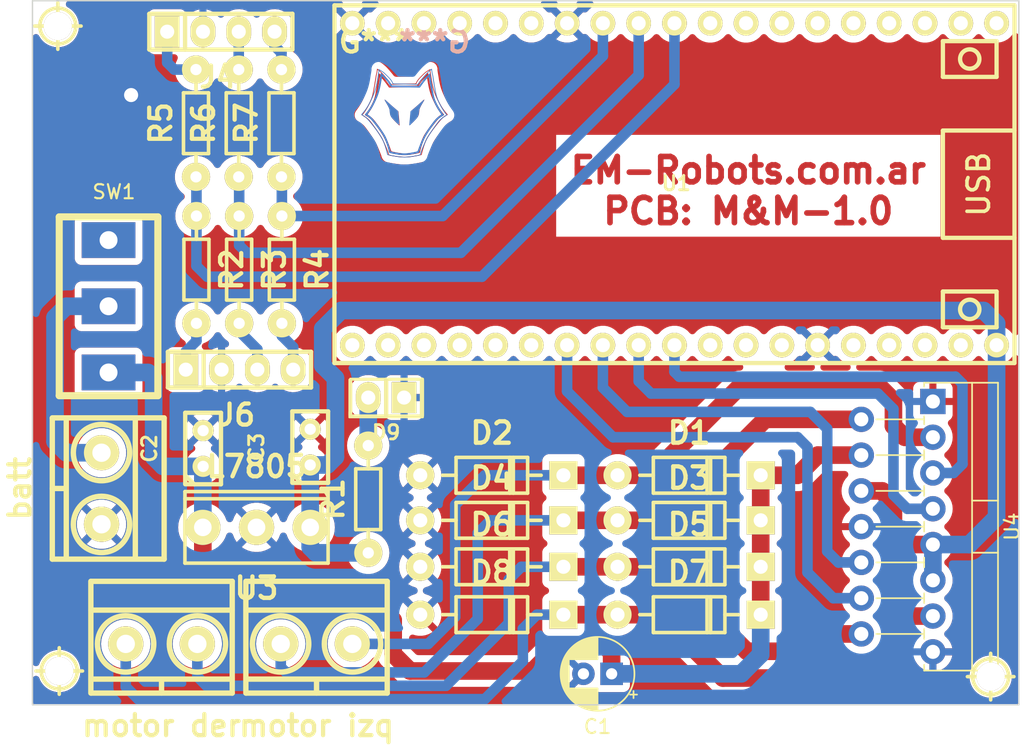
<source format=kicad_pcb>
(kicad_pcb (version 20221018) (generator pcbnew)
  (layers (0 "F.Cu" signal) (31 "B.Cu" signal) (34 "B.Paste" user) (35 "F.Paste" user) (36 "B.SilkS" user "B.Silkscreen") (37 "F.SilkS" user "F.Silkscreen") (38 "B.Mask" user) (39 "F.Mask" user) (44 "Edge.Cuts" user))
  (net 0 "")
  (net 1 "VCC")
  (net 2 "Net-(D1-A)")
  (net 3 "GND")
  (net 4 "+5V")
  (net 5 "Net-(D3-A)")
  (net 6 "Net-(D5-A)")
  (net 7 "Net-(D7-A)")
  (net 9 "Net-(D9-A)")
  (net 10 "Net-(SW1-B)")
  (net 11 "/Red_1")
  (net 12 "/Green_1")
  (net 13 "/Blue_1")
  (net 14 "/pin_Red")
  (net 15 "/pin_Green")
  (net 16 "/pin_Blue")
  (net 39 "/IN4")
  (net 40 "/IN3")
  (net 41 "/IN2")
  (net 42 "/IN1")
  (net 48 "/Red_2")
  (net 49 "/Green_2")
  (net 50 "/Blue_2")
  (footprint "EESTN5:RES0.3" (layer "F.Cu") (at 57.7 49.1 -90)
    (fp_text reference "R4")
    (fp_text value "100" hide)
  )
  (footprint "EESTN5:ESP32S" (layer "F.Cu") (at 85.56 43.03)
    (fp_text reference "U1")
    (fp_text value "ESP32s" hide)
  )
  (footprint "kicadMod:LOGO_WHITE_FANG" (layer "F.Cu") (at 66.4 38)
    (fp_text reference "G***")
    (fp_text value "LOGO" hide)
  )
  (footprint "EESTN5:DO-41" (layer "F.Cu") (at 72.6 63.7)
    (fp_text reference "D2")
    (fp_text value "1n4001" hide)
  )
  (footprint "EESTN5:hole_2mm" (layer "F.Cu") (at 41.8 31.8)
    (fp_text reference "hole_2mm" hide)
    (fp_text value "VAL**" hide)
  )
  (footprint "EESTN5:RES0.3" (layer "F.Cu") (at 57.67 38.7 90)
    (fp_text reference "R7")
    (fp_text value "100" hide)
  )
  (footprint "EESTN5:hole_2mm" (layer "F.Cu") (at 41.9 77.6)
    (fp_text reference "hole_2mm" hide)
    (fp_text value "VAL**" hide)
  )
  (footprint "EESTN5:pin_strip_4" (layer "F.Cu") (at 54.69 56.2)
    (fp_text reference "J6")
    (fp_text value "led rgb" hide)
  )
  (footprint "EESTN5:to220" (layer "F.Cu") (at 55.9 67.4)
    (fp_text reference "U3")
    (fp_text value "L7805")
  )
  (footprint "EESTN5:SW_SPDT_TH_Vertical" (layer "F.Cu") (at 45.4 51.7)
    (fp_text reference "SW1")
    (fp_text value "SW_SPDT" hide)
  )
  (footprint "EESTN5:pin_strip_4" (layer "F.Cu") (at 53.37 32.2)
    (fp_text reference "J4")
    (fp_text value "led rgb" hide)
  )
  (footprint "EESTN5:RES0.3" (layer "F.Cu") (at 63.83 65.4 90)
    (fp_text reference "R1")
    (fp_text value "1kohm" hide)
  )
  (footprint "EESTN5:RES0.3" (layer "F.Cu") (at 54.668 49.1 -90)
    (fp_text reference "R3")
    (fp_text value "100" hide)
  )
  (footprint "EESTN5:BORNERA2_AZUL" (layer "F.Cu") (at 44.9 64.64 -90)
    (fp_text reference "J3" hide)
    (fp_text value "batt")
  )
  (footprint "EESTN5:hole_2mm" (layer "F.Cu") (at 108 78)
    (fp_text reference "hole_2mm" hide)
    (fp_text value "VAL**" hide)
  )
  (footprint "EESTN5:CAP_0.1" (layer "F.Cu") (at 59.71 61.7 90)
    (fp_text reference "C3")
    (fp_text value "200uF" hide)
  )
  (footprint "EESTN5:DO-41" (layer "F.Cu") (at 72.6 70.2)
    (fp_text reference "D6")
    (fp_text value "1n4001" hide)
  )
  (footprint "Capacitor_THT:CP_Radial_D5.0mm_P2.00mm" (layer "F.Cu") (at 81.1 77.8 180)
    (fp_text reference "C1")
    (fp_text value "220uf")
  )
  (footprint "Package_TO_SOT_THT:TO-220-15_P2.54x2.54mm_StaggerEven_Lead4.58mm_Vertical" (layer "F.Cu") (at 103.9 58.46 -90)
    (fp_text reference "U4")
    (fp_text value "L298(H)N")
  )
  (footprint "EESTN5:DO-41" (layer "F.Cu") (at 86.6 66.9)
    (fp_text reference "D3")
    (fp_text value "1n4001" hide)
  )
  (footprint "EESTN5:DO-41" (layer "F.Cu") (at 86.6 63.7)
    (fp_text reference "D1")
    (fp_text value "1n4001" hide)
  )
  (footprint "EESTN5:DO-41" (layer "F.Cu") (at 72.6 66.9)
    (fp_text reference "D4")
    (fp_text value "1n4001" hide)
  )
  (footprint "EESTN5:BORNERA2_AZUL" (layer "F.Cu") (at 49.16 75.67625)
    (fp_text reference "J7" hide)
    (fp_text value "motor der")
  )
  (footprint "EESTN5:RES0.3" (layer "F.Cu") (at 51.606 38.7 90)
    (fp_text reference "R5")
    (fp_text value "100" hide)
  )
  (footprint "EESTN5:RES0.3" (layer "F.Cu") (at 51.636 49.1 -90)
    (fp_text reference "R2")
    (fp_text value "100" hide)
  )
  (footprint "EESTN5:DO-41" (layer "F.Cu") (at 72.6 73.6)
    (fp_text reference "D8")
    (fp_text value "1n4001" hide)
  )
  (footprint "EESTN5:CAP_0.1" (layer "F.Cu") (at 52.11 61.8 90)
    (fp_text reference "C2")
    (fp_text value "10uF" hide)
  )
  (footprint "EESTN5:RES0.3" (layer "F.Cu") (at 54.638 38.7 90)
    (fp_text reference "R6")
    (fp_text value "100" hide)
  )
  (footprint "EESTN5:Pin_Header_2" (layer "F.Cu") (at 65.1 58.5 180)
    (fp_text reference "D9")
    (fp_text value "LED" hide)
  )
  (footprint "EESTN5:DO-41" (layer "F.Cu") (at 86.6 73.6)
    (fp_text reference "D7")
    (fp_text value "1n4001" hide)
  )
  (footprint "EESTN5:BORNERA2_AZUL" (layer "F.Cu") (at 60.16 75.67625)
    (fp_text reference "J5" hide)
    (fp_text value "motor izq")
  )
  (footprint "EESTN5:DO-41" (layer "F.Cu") (at 86.6 70.2)
    (fp_text reference "D5")
    (fp_text value "1n4001" hide)
  )
  (footprint "kicadMod:LOGO_WHITE_FANG" (layer "B.Cu") (at 66.4 38 180)
    (fp_text reference "G***")
    (fp_text value "LOGO" hide)
  )
  (gr_rect (start 40 30) (end 110 80) (stroke (width 0.1)) (fill none) (layer "Edge.Cuts"))
  (gr_text "EM-Robots.com.ar\nPCB: M&M-1.0\n" (at 90.8 46) (layer "F.Cu") (effects (font (size 1.8 1.8) (thickness 0.4) bold) (justify bottom)))
  (segment (start 81.1 76.3) (end 81.1 77.8) (width 1.25) (layer "F.Cu") (net 1))
  (segment (start 52.09 70.99) (end 53.1 72) (width 1.25) (layer "F.Cu") (net 1))
  (segment (start 91.68 73.6) (end 91.68 63.7) (width 1.25) (layer "F.Cu") (net 1))
  (segment (start 65.6 76.4) (end 66.8 77.6) (width 1.25) (layer "F.Cu") (net 1))
  (segment (start 63.6 72) (end 65.6 74) (width 1.25) (layer "F.Cu") (net 1))
  (segment (start 91.68 63.7) (end 94.3 63.7) (width 1.25) (layer "F.Cu") (net 1))
  (segment (start 75.5 77.6) (end 77.3 75.8) (width 1.25) (layer "F.Cu") (net 1))
  (segment (start 95.73 62.27) (end 98.82 62.27) (width 1.25) (layer "F.Cu") (net 1))
  (segment (start 52.09 67.4) (end 52.09 70.99) (width 1.25) (layer "F.Cu") (net 1))
  (segment (start 80.6 75.8) (end 81.1 76.3) (width 1.25) (layer "F.Cu") (net 1))
  (segment (start 94.3 63.7) (end 95.73 62.27) (width 1.25) (layer "F.Cu") (net 1))
  (segment (start 53.1 72) (end 63.6 72) (width 1.25) (layer "F.Cu") (net 1))
  (segment (start 65.6 74) (end 65.6 76.4) (width 1.25) (layer "F.Cu") (net 1))
  (segment (start 66.8 77.6) (end 75.5 77.6) (width 1.25) (layer "F.Cu") (net 1))
  (segment (start 77.3 75.8) (end 80.6 75.8) (width 1.25) (layer "F.Cu") (net 1))
  (segment (start 81.1 77.8) (end 90.3 77.8) (width 1.25) (layer "B.Cu") (net 1))
  (segment (start 52.09 63.09) (end 52.11 63.07) (width 1.25) (layer "B.Cu") (net 1))
  (segment (start 90.3 77.8) (end 91.68 76.42) (width 1.25) (layer "B.Cu") (net 1))
  (segment (start 48.6 62.4) (end 49.27 63.07) (width 1.25) (layer "B.Cu") (net 1))
  (segment (start 52.09 67.4) (end 52.09 63.09) (width 1.25) (layer "B.Cu") (net 1))
  (segment (start 91.68 76.42) (end 91.68 73.6) (width 1.25) (layer "B.Cu") (net 1))
  (segment (start 48.6 56.8) (end 48.6 62.4) (width 1.25) (layer "B.Cu") (net 1))
  (segment (start 48.2 56.4) (end 48.6 56.8) (width 1.25) (layer "B.Cu") (net 1))
  (segment (start 49.27 63.07) (end 52.11 63.07) (width 1.25) (layer "B.Cu") (net 1))
  (segment (start 45.4 56.4) (end 48.2 56.4) (width 1.25) (layer "B.Cu") (net 1))
  (segment (start 90.2 57.4) (end 100.1 57.4) (width 1.25) (layer "F.Cu") (net 2))
  (segment (start 81.52 63.7) (end 83.9 63.7) (width 1.25) (layer "F.Cu") (net 2))
  (segment (start 83.9 63.7) (end 90.2 57.4) (width 1.25) (layer "F.Cu") (net 2))
  (segment (start 101.1 60.2) (end 101.9 61) (width 1.25) (layer "F.Cu") (net 2))
  (segment (start 101.9 61) (end 103.9 61) (width 1.25) (layer "F.Cu") (net 2))
  (segment (start 100.1 57.4) (end 101.1 58.4) (width 1.25) (layer "F.Cu") (net 2))
  (segment (start 101.1 58.4) (end 101.1 60.2) (width 1.25) (layer "F.Cu") (net 2))
  (segment (start 77.68 63.7) (end 81.52 63.7) (width 1.25) (layer "F.Cu") (net 2))
  (segment (start 70 65.8) (end 72.1 63.7) (width 0.75) (layer "B.Cu") (net 2))
  (segment (start 72.1 63.7) (end 77.68 63.7) (width 0.75) (layer "B.Cu") (net 2))
  (segment (start 68.080248 75.67625) (end 70 73.756498) (width 0.75) (layer "B.Cu") (net 2))
  (segment (start 62.7 75.67625) (end 68.080248 75.67625) (width 0.75) (layer "B.Cu") (net 2))
  (segment (start 70 73.756498) (end 70 65.8) (width 0.75) (layer "B.Cu") (net 2))
  (via (at 47 36.7) (size 2) (drill 1) (layers "F.Cu" "B.Cu") (net 3))
  (segment (start 100.6 65.1) (end 100.31 64.81) (width 1.25) (layer "F.Cu") (net 4))
  (segment (start 100.31 64.81) (end 98.82 64.81) (width 1.25) (layer "F.Cu") (net 4))
  (segment (start 101.1 67.5) (end 101.1 65.7) (width 1.25) (layer "F.Cu") (net 4))
  (segment (start 103.9 68.62) (end 102.22 68.62) (width 1.25) (layer "F.Cu") (net 4))
  (segment (start 102.22 68.62) (end 101.1 67.5) (width 1.25) (layer "F.Cu") (net 4))
  (segment (start 101.1 65.7) (end 100.6 65.2) (width 1.25) (layer "F.Cu") (net 4))
  (segment (start 100.6 65.2) (end 100.6 65.1) (width 1.25) (layer "F.Cu") (net 4))
  (segment (start 59.71 62.97) (end 60.93 62.97) (width 1.25) (layer "B.Cu") (net 4))
  (segment (start 59.71 67.4) (end 59.71 62.97) (width 1.25) (layer "B.Cu") (net 4))
  (segment (start 63.83 69.21) (end 60.11 69.21) (width 1.25) (layer "B.Cu") (net 4))
  (segment (start 107.5 52) (end 108.42 52.92) (width 1.25) (layer "B.Cu") (net 4))
  (segment (start 61.5 62.4) (end 61.5 56.8) (width 1.25) (layer "B.Cu") (net 4))
  (segment (start 108.42 52.92) (end 108.42 54.46) (width 1.25) (layer "B.Cu") (net 4))
  (segment (start 61.9 52) (end 107.5 52) (width 1.25) (layer "B.Cu") (net 4))
  (segment (start 108.42 54.46) (end 108.42 66.68) (width 1.25) (layer "B.Cu") (net 4))
  (segment (start 61.5 56.8) (end 60.6 55.9) (width 1.25) (layer "B.Cu") (net 4))
  (segment (start 60.93 62.97) (end 61.5 62.4) (width 1.25) (layer "B.Cu") (net 4))
  (segment (start 106.48 68.62) (end 103.9 68.62) (width 1.25) (layer "B.Cu") (net 4))
  (segment (start 103.9 71.16) (end 103.9 68.62) (width 1.25) (layer "B.Cu") (net 4))
  (segment (start 59.71 68.81) (end 59.71 67.4) (width 1.25) (layer "B.Cu") (net 4))
  (segment (start 60.6 55.9) (end 60.6 53.3) (width 1.25) (layer "B.Cu") (net 4))
  (segment (start 60.11 69.21) (end 59.71 68.81) (width 1.25) (layer "B.Cu") (net 4))
  (segment (start 108.42 66.68) (end 106.48 68.62) (width 1.25) (layer "B.Cu") (net 4))
  (segment (start 60.6 53.3) (end 61.9 52) (width 1.25) (layer "B.Cu") (net 4))
  (segment (start 98.82 59.73) (end 92.00102 59.73) (width 1.25) (layer "F.Cu") (net 5))
  (segment (start 84.83102 66.9) (end 81.52 66.9) (width 1.25) (layer "F.Cu") (net 5))
  (segment (start 92.00102 59.73) (end 84.83102 66.9) (width 1.25) (layer "F.Cu") (net 5))
  (segment (start 81.52 66.9) (end 77.68 66.9) (width 1.25) (layer "F.Cu") (net 5))
  (segment (start 58 77.7) (end 67.8 77.7) (width 0.75) (layer "B.Cu") (net 5))
  (segment (start 71.6 73.9) (end 71.6 67.8) (width 0.75) (layer "B.Cu") (net 5))
  (segment (start 57.62 77.32) (end 58 77.7) (width 0.75) (layer "B.Cu") (net 5))
  (segment (start 71.6 67.8) (end 72.5 66.9) (width 0.75) (layer "B.Cu") (net 5))
  (segment (start 72.5 66.9) (end 77.68 66.9) (width 0.75) (layer "B.Cu") (net 5))
  (segment (start 57.62 75.67625) (end 57.62 77.32) (width 0.75) (layer "B.Cu") (net 5))
  (segment (start 67.8 77.7) (end 71.6 73.9) (width 0.75) (layer "B.Cu") (net 5))
  (segment (start 90.7 76.2) (end 84.7 70.2) (width 1.25) (layer "F.Cu") (net 6))
  (segment (start 97.23 74.97) (end 96 76.2) (width 1.25) (layer "F.Cu") (net 6))
  (segment (start 77.68 70.2) (end 81.52 70.2) (width 1.25) (layer "F.Cu") (net 6))
  (segment (start 96 76.2) (end 90.7 76.2) (width 1.25) (layer "F.Cu") (net 6))
  (segment (start 84.7 70.2) (end 81.52 70.2) (width 1.25) (layer "F.Cu") (net 6))
  (segment (start 98.82 74.97) (end 97.23 74.97) (width 1.25) (layer "F.Cu") (net 6))
  (segment (start 69.35 78.65) (end 73.8 74.2) (width 0.75) (layer "B.Cu") (net 6))
  (segment (start 73.8 71.1) (end 74.7 70.2) (width 0.75) (layer "B.Cu") (net 6))
  (segment (start 73.8 74.2) (end 73.8 71.1) (width 0.75) (layer "B.Cu") (net 6))
  (segment (start 51.7 75.67625) (end 51.7 78) (width 0.75) (layer "B.Cu") (net 6))
  (segment (start 74.7 70.2) (end 77.68 70.2) (width 0.75) (layer "B.Cu") (net 6))
  (segment (start 51.7 78) (end 52.35 78.65) (width 0.75) (layer "B.Cu") (net 6))
  (segment (start 52.35 78.65) (end 69.35 78.65) (width 0.75) (layer "B.Cu") (net 6))
  (segment (start 101.7 73.7) (end 103.9 73.7) (width 1.25) (layer "F.Cu") (net 7))
  (segment (start 89 78.1) (end 99.5 78.1) (width 1.25) (layer "F.Cu") (net 7))
  (segment (start 81.52 73.6) (end 77.68 73.6) (width 1.25) (layer "F.Cu") (net 7))
  (segment (start 81.52 73.6) (end 84.5 73.6) (width 1.25) (layer "F.Cu") (net 7))
  (segment (start 84.5 73.6) (end 89 78.1) (width 1.25) (layer "F.Cu") (net 7))
  (segment (start 101.2 74.2) (end 101.7 73.7) (width 1.25) (layer "F.Cu") (net 7))
  (segment (start 99.5 78.1) (end 101.2 76.4) (width 1.25) (layer "F.Cu") (net 7))
  (segment (start 101.2 76.4) (end 101.2 74.2) (width 1.25) (layer "F.Cu") (net 7))
  (segment (start 74.8 76.9) (end 74.8 74.6) (width 0.75) (layer "B.Cu") (net 7))
  (segment (start 72.1 79.6) (end 74.8 76.9) (width 0.75) (layer "B.Cu") (net 7))
  (segment (start 46.62 75.67625) (end 46.62 78.72) (width 0.75) (layer "B.Cu") (net 7))
  (segment (start 75.8 73.6) (end 77.68 73.6) (width 0.75) (layer "B.Cu") (net 7))
  (segment (start 46.62 78.72) (end 47.5 79.6) (width 0.75) (layer "B.Cu") (net 7))
  (segment (start 47.5 79.6) (end 72.1 79.6) (width 0.75) (layer "B.Cu") (net 7))
  (segment (start 74.8 74.6) (end 75.8 73.6) (width 0.75) (layer "B.Cu") (net 7))
  (segment (start 63.83 61.59) (end 63.83 58.1825) (width 1.25) (layer "B.Cu") (net 9))
  (segment (start 42.4 51.7) (end 45.4 51.7) (width 1.25) (layer "B.Cu") (net 10))
  (segment (start 41.6 61.3) (end 41.6 52.5) (width 1.25) (layer "B.Cu") (net 10))
  (segment (start 42.4 62.1) (end 41.6 61.3) (width 1.25) (layer "B.Cu") (net 10))
  (segment (start 44.9 62.1) (end 42.4 62.1) (width 1.25) (layer "B.Cu") (net 10))
  (segment (start 41.6 52.5) (end 42.4 51.7) (width 1.25) (layer "B.Cu") (net 10))
  (segment (start 50.06 34.89) (end 49.56 34.39) (width 0.75) (layer "B.Cu") (net 11))
  (segment (start 51.606 34.89) (end 50.06 34.89) (width 0.75) (layer "B.Cu") (net 11))
  (segment (start 49.56 34.39) (end 49.56 32.2) (width 0.75) (layer "B.Cu") (net 11))
  (segment (start 54.668 31.602) (end 54.67 31.6) (width 0.75) (layer "B.Cu") (net 12))
  (segment (start 54.638 34.89) (end 54.638 32.202) (width 0.75) (layer "B.Cu") (net 12))
  (segment (start 57.67 33.7) (end 57.67 34.89) (width 0.75) (layer "B.Cu") (net 13))
  (segment (start 57.18 33.21) (end 57.67 33.7) (width 0.75) (layer "B.Cu") (net 13))
  (segment (start 57.18 32.2) (end 57.18 33.21) (width 0.75) (layer "B.Cu") (net 13))
  (segment (start 51.636 45.29) (end 51.636 42.54) (width 0.75) (layer "B.Cu") (net 14))
  (segment (start 51.636 48.836) (end 51.636 45.29) (width 0.75) (layer "B.Cu") (net 14))
  (segment (start 85.56 35.94) (end 71.9 49.6) (width 0.75) (layer "B.Cu") (net 14))
  (segment (start 52.4 49.6) (end 51.636 48.836) (width 0.75) (layer "B.Cu") (net 14))
  (segment (start 51.636 42.54) (end 51.606 42.51) (width 0.75) (layer "B.Cu") (net 14))
  (segment (start 71.9 49.6) (end 52.4 49.6) (width 0.75) (layer "B.Cu") (net 14))
  (segment (start 85.56 31.6) (end 85.56 35.94) (width 0.75) (layer "B.Cu") (net 14))
  (segment (start 83.02 35.28) (end 70.4 47.9) (width 0.75) (layer "B.Cu") (net 15))
  (segment (start 55.2 47.9) (end 54.668 47.368) (width 0.75) (layer "B.Cu") (net 15))
  (segment (start 83.02 31.6) (end 83.02 35.28) (width 0.75) (layer "B.Cu") (net 15))
  (segment (start 70.4 47.9) (end 55.2 47.9) (width 0.75) (layer "B.Cu") (net 15))
  (segment (start 54.668 45.29) (end 54.668 42.54) (width 0.75) (layer "B.Cu") (net 15))
  (segment (start 54.668 47.368) (end 54.668 45.29) (width 0.75) (layer "B.Cu") (net 15))
  (segment (start 54.668 42.54) (end 54.638 42.51) (width 0.75) (layer "B.Cu") (net 15))
  (segment (start 57.7 42.54) (end 57.67 42.51) (width 0.75) (layer "B.Cu") (net 16))
  (segment (start 57.7 45.29) (end 57.7 42.54) (width 0.75) (layer "B.Cu") (net 16))
  (segment (start 80.48 31.6) (end 80.48 33.92) (width 0.75) (layer "B.Cu") (net 16))
  (segment (start 69.11 45.29) (end 57.7 45.29) (width 0.75) (layer "B.Cu") (net 16))
  (segment (start 80.48 33.92) (end 69.11 45.29) (width 0.75) (layer "B.Cu") (net 16))
  (segment (start 81.2 61) (end 94.3 61) (width 0.75) (layer "B.Cu") (net 39))
  (segment (start 94.3 61) (end 95 61.7) (width 0.75) (layer "B.Cu") (net 39))
  (segment (start 96.83 72.43) (end 98.82 72.43) (width 0.75) (layer "B.Cu") (net 39))
  (segment (start 77.94 54.46) (end 77.94 57.74) (width 0.75) (layer "B.Cu") (net 39))
  (segment (start 95 70.6) (end 96.83 72.43) (width 0.75) (layer "B.Cu") (net 39))
  (segment (start 95 61.7) (end 95 70.6) (width 0.75) (layer "B.Cu") (net 39))
  (segment (start 77.94 57.74) (end 81.2 61) (width 0.75) (layer "B.Cu") (net 39))
  (segment (start 82.2 59.2) (end 95.2 59.2) (width 0.75) (layer "B.Cu") (net 40))
  (segment (start 97.2 69.9) (end 97.21 69.89) (width 0.75) (layer "B.Cu") (net 40))
  (segment (start 97.21 69.89) (end 98.82 69.89) (width 0.75) (layer "B.Cu") (net 40))
  (segment (start 96.4 60.4) (end 96.4 69.1) (width 0.75) (layer "B.Cu") (net 40))
  (segment (start 96.4 69.1) (end 97.2 69.9) (width 0.75) (layer "B.Cu") (net 40))
  (segment (start 80.48 54.46) (end 80.48 57.48) (width 0.75) (layer "B.Cu") (net 40))
  (segment (start 95.2 59.2) (end 96.4 60.4) (width 0.75) (layer "B.Cu") (net 40))
  (segment (start 80.48 57.48) (end 82.2 59.2) (width 0.75) (layer "B.Cu") (net 40))
  (segment (start 101.1 65.1) (end 101.1 59) (width 0.75) (layer "B.Cu") (net 41))
  (segment (start 100 57.9) (end 83.9 57.9) (width 0.75) (layer "B.Cu") (net 41))
  (segment (start 83.9 57.9) (end 83.02 57.02) (width 0.75) (layer "B.Cu") (net 41))
  (segment (start 103.9 66.08) (end 102.08 66.08) (width 0.75) (layer "B.Cu") (net 41))
  (segment (start 102.08 66.08) (end 101.1 65.1) (width 0.75) (layer "B.Cu") (net 41))
  (segment (start 83.02 57.02) (end 83.02 54.46) (width 0.75) (layer "B.Cu") (net 41))
  (segment (start 101.1 59) (end 100 57.9) (width 0.75) (layer "B.Cu") (net 41))
  (segment (start 105.5 56.7) (end 106 57.2) (width 0.75) (layer "B.Cu") (net 42))
  (segment (start 106 57.2) (end 106 62.9) (width 0.75) (layer "B.Cu") (net 42))
  (segment (start 85.9 56.7) (end 105.5 56.7) (width 0.75) (layer "B.Cu") (net 42))
  (segment (start 106 62.9) (end 105.36 63.54) (width 0.75) (layer "B.Cu") (net 42))
  (segment (start 85.56 54.46) (end 85.56 56.36) (width 0.75) (layer "B.Cu") (net 42))
  (segment (start 105.36 63.54) (end 103.9 63.54) (width 0.75) (layer "B.Cu") (net 42))
  (segment (start 85.56 56.36) (end 85.9 56.7) (width 0.75) (layer "B.Cu") (net 42))
  (segment (start 50.88 54.92) (end 50.88 56.2) (width 0.75) (layer "B.Cu") (net 48))
  (segment (start 51.636 54.164) (end 50.88 54.92) (width 0.75) (layer "B.Cu") (net 48))
  (segment (start 51.636 52.91) (end 51.636 54.164) (width 0.75) (layer "B.Cu") (net 48))
  (segment (start 54.668 53.468) (end 55.96 54.76) (width 0.75) (layer "B.Cu") (net 49))
  (segment (start 54.668 52.91) (end 54.668 53.468) (width 0.75) (layer "B.Cu") (net 49))
  (segment (start 55.96 54.76) (end 55.96 56.2) (width 0.75) (layer "B.Cu") (net 49))
  (segment (start 58.5 54.6) (end 58.5 56.2) (width 0.75) (layer "B.Cu") (net 50))
  (segment (start 57.7 52.91) (end 57.7 53.8) (width 0.75) (layer "B.Cu") (net 50))
  (segment (start 57.7 53.8) (end 58.5 54.6) (width 0.75) (layer "B.Cu") (net 50))
  (zone (net 3) (net_name "GND") (layers "F&B.Cu") (connect_pads (clearance 0.5)) (min_thickness 0.5) (fill yes (thermal_gap 0.5) (thermal_bridge_width 0.5))
    (polygon (pts (xy 40 30) (xy 110 30) (xy 110 80) (xy 40 80)))
  )
)
</source>
